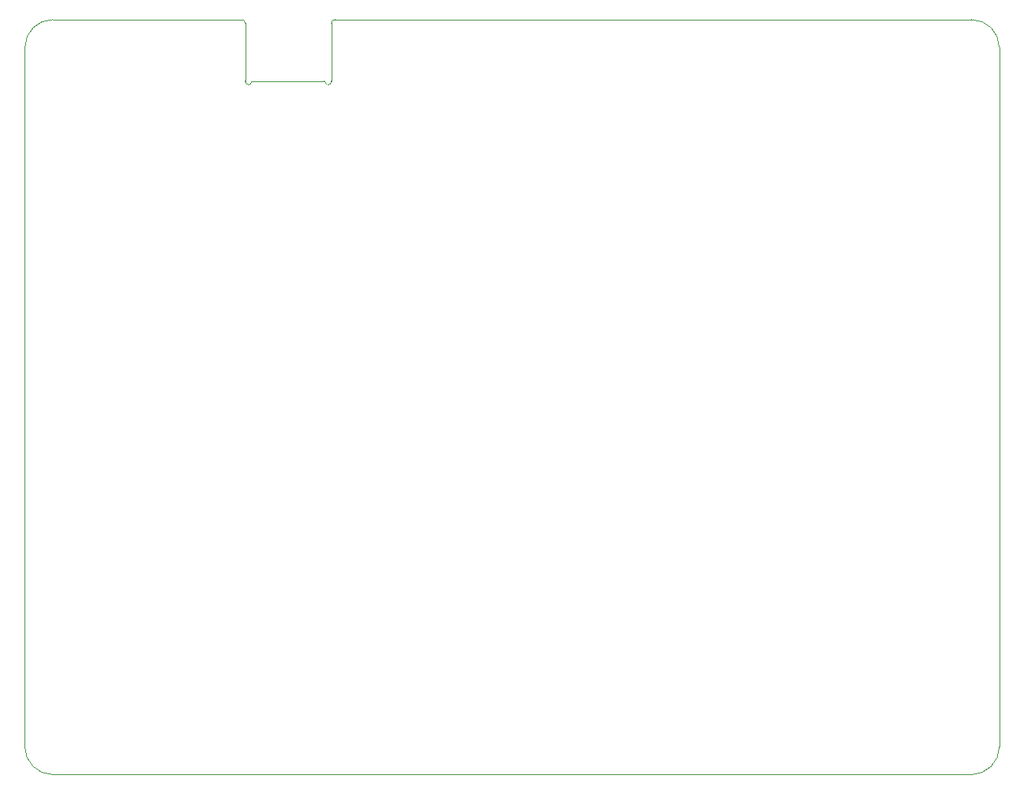
<source format=gbr>
G04 #@! TF.GenerationSoftware,KiCad,Pcbnew,7.0.9-7.0.9~ubuntu22.04.1*
G04 #@! TF.CreationDate,2023-12-15T15:20:45-05:00*
G04 #@! TF.ProjectId,tinytapeout-demo,74696e79-7461-4706-956f-75742d64656d,0.9.4*
G04 #@! TF.SameCoordinates,PX35e1f20PY8044ea0*
G04 #@! TF.FileFunction,Profile,NP*
%FSLAX46Y46*%
G04 Gerber Fmt 4.6, Leading zero omitted, Abs format (unit mm)*
G04 Created by KiCad (PCBNEW 7.0.9-7.0.9~ubuntu22.04.1) date 2023-12-15 15:20:45*
%MOMM*%
%LPD*%
G01*
G04 APERTURE LIST*
G04 #@! TA.AperFunction,Profile*
%ADD10C,0.100000*%
G04 #@! TD*
G04 #@! TA.AperFunction,Profile*
%ADD11C,0.080000*%
G04 #@! TD*
G04 APERTURE END LIST*
D10*
X23630000Y80600000D02*
G75*
G03*
X23230000Y81000000I-400000J0D01*
G01*
X33270000Y81000000D02*
G75*
G03*
X32870000Y80600000I0J-400000D01*
G01*
X104500000Y78000000D02*
G75*
G03*
X101500000Y81000000I-3000000J0D01*
G01*
X33270000Y81000000D02*
X101500000Y81000000D01*
X101500000Y0D02*
X3000000Y0D01*
X104500000Y78000000D02*
X104500000Y3000000D01*
X0Y3000000D02*
G75*
G03*
X3000000Y0I3000000J0D01*
G01*
X23230000Y81000000D02*
X3000000Y81000000D01*
X3000000Y81000000D02*
G75*
G03*
X0Y78000000I0J-3000000D01*
G01*
X0Y3000000D02*
X0Y78000000D01*
X101500000Y0D02*
G75*
G03*
X104500000Y3000000I0J3000000D01*
G01*
D11*
G04 #@! TO.C,J15*
X32870000Y80600000D02*
X32870000Y74400000D01*
X32070000Y74400000D02*
X24430000Y74400000D01*
X23630000Y74400000D02*
X23630000Y80600000D01*
X32545000Y74000001D02*
G75*
G03*
X32869999Y74400000I-37502J362500D01*
G01*
X32220001Y74280000D02*
G75*
G03*
X32545000Y74000001I302498J22499D01*
G01*
X32219999Y74280000D02*
G75*
G03*
X32070001Y74399998I-134999J-15001D01*
G01*
X24430000Y74399998D02*
G75*
G03*
X24280002Y74279999I-15000J-134998D01*
G01*
X23955000Y74000003D02*
G75*
G03*
X24279997Y74279999I22500J302497D01*
G01*
X23630000Y74400000D02*
G75*
G03*
X23955000Y74000000I362500J-37500D01*
G01*
G04 #@! TD*
M02*

</source>
